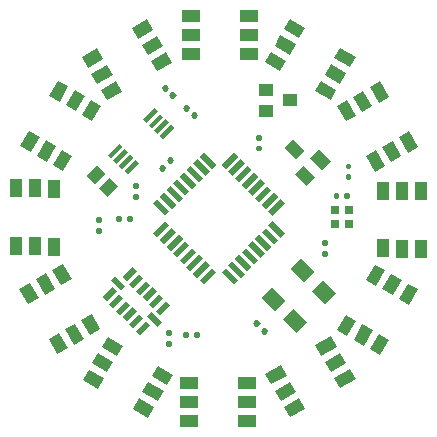
<source format=gbr>
G04 EAGLE Gerber RS-274X export*
G75*
%MOMM*%
%FSLAX34Y34*%
%LPD*%
%INSolderpaste Top*%
%IPPOS*%
%AMOC8*
5,1,8,0,0,1.08239X$1,22.5*%
G01*
%ADD10R,1.000000X1.400000*%
%ADD11R,0.750000X0.700000*%
%ADD12R,1.143000X1.016000*%
%ADD13C,0.250000*%
%ADD14R,1.200000X0.500000*%
%ADD15R,1.250000X1.000000*%
%ADD16R,0.400000X1.350000*%
%ADD17R,1.250000X1.600000*%
%ADD18R,1.500000X1.000000*%
%ADD19R,1.000000X1.500000*%
%ADD20R,0.508000X1.473200*%


D10*
G36*
X572236Y467025D02*
X565165Y459954D01*
X555266Y469853D01*
X562337Y476924D01*
X572236Y467025D01*
G37*
G36*
X594510Y458186D02*
X587439Y451115D01*
X577540Y461014D01*
X584611Y468085D01*
X594510Y458186D01*
G37*
G36*
X581075Y444751D02*
X574004Y437680D01*
X564105Y447579D01*
X571176Y454650D01*
X581075Y444751D01*
G37*
D11*
X610400Y416800D03*
X598400Y416800D03*
X598400Y404800D03*
X610400Y404800D03*
D12*
X560160Y510000D03*
X539840Y501110D03*
X539840Y518890D03*
D13*
X430950Y429725D02*
X430950Y427225D01*
X428450Y427225D01*
X428450Y429725D01*
X430950Y429725D01*
X430950Y429600D02*
X428450Y429600D01*
X430950Y436475D02*
X430950Y438975D01*
X430950Y436475D02*
X428450Y436475D01*
X428450Y438975D01*
X430950Y438975D01*
X430950Y438850D02*
X428450Y438850D01*
X607175Y430550D02*
X609675Y430550D01*
X609675Y428050D01*
X607175Y428050D01*
X607175Y430550D01*
X607175Y430425D02*
X609675Y430425D01*
X600425Y430550D02*
X597925Y430550D01*
X600425Y430550D02*
X600425Y428050D01*
X597925Y428050D01*
X597925Y430550D01*
X597925Y430425D02*
X600425Y430425D01*
D14*
G36*
X413383Y348131D02*
X404899Y339647D01*
X401363Y343183D01*
X409847Y351667D01*
X413383Y348131D01*
G37*
G36*
X419039Y342474D02*
X410555Y333990D01*
X407019Y337526D01*
X415503Y346010D01*
X419039Y342474D01*
G37*
G36*
X424696Y336817D02*
X416212Y328333D01*
X412676Y331869D01*
X421160Y340353D01*
X424696Y336817D01*
G37*
G36*
X430353Y331160D02*
X421869Y322676D01*
X418333Y326212D01*
X426817Y334696D01*
X430353Y331160D01*
G37*
G36*
X436010Y325503D02*
X427526Y317019D01*
X423990Y320555D01*
X432474Y329039D01*
X436010Y325503D01*
G37*
G36*
X441667Y319847D02*
X433183Y311363D01*
X429647Y314899D01*
X438131Y323383D01*
X441667Y319847D01*
G37*
G36*
X443082Y330454D02*
X451566Y321970D01*
X448030Y318434D01*
X439546Y326918D01*
X443082Y330454D01*
G37*
G36*
X446617Y331869D02*
X455101Y340353D01*
X458637Y336817D01*
X450153Y328333D01*
X446617Y331869D01*
G37*
G36*
X440961Y337526D02*
X449445Y346010D01*
X452981Y342474D01*
X444497Y333990D01*
X440961Y337526D01*
G37*
G36*
X435304Y343183D02*
X443788Y351667D01*
X447324Y348131D01*
X438840Y339647D01*
X435304Y343183D01*
G37*
G36*
X429647Y348840D02*
X438131Y357324D01*
X441667Y353788D01*
X433183Y345304D01*
X429647Y348840D01*
G37*
G36*
X423990Y354497D02*
X432474Y362981D01*
X436010Y359445D01*
X427526Y350961D01*
X423990Y354497D01*
G37*
G36*
X418333Y360153D02*
X426817Y368637D01*
X430353Y365101D01*
X421869Y356617D01*
X418333Y360153D01*
G37*
G36*
X416918Y349546D02*
X408434Y358030D01*
X411970Y361566D01*
X420454Y353082D01*
X416918Y349546D01*
G37*
D13*
X470525Y310750D02*
X473025Y310750D01*
X470525Y310750D02*
X470525Y313250D01*
X473025Y313250D01*
X473025Y310750D01*
X473025Y313125D02*
X470525Y313125D01*
X479775Y310750D02*
X482275Y310750D01*
X479775Y310750D02*
X479775Y313250D01*
X482275Y313250D01*
X482275Y310750D01*
X482275Y313125D02*
X479775Y313125D01*
X462442Y514104D02*
X460675Y515871D01*
X462442Y514104D02*
X460675Y512337D01*
X458908Y514104D01*
X460675Y515871D01*
X461834Y514712D02*
X459516Y514712D01*
X455901Y520645D02*
X454134Y522412D01*
X455901Y520645D02*
X454134Y518878D01*
X452367Y520645D01*
X454134Y522412D01*
X455293Y521253D02*
X452975Y521253D01*
X478941Y498960D02*
X480708Y497193D01*
X478941Y495426D01*
X477174Y497193D01*
X478941Y498960D01*
X480100Y497801D02*
X477782Y497801D01*
X474167Y503734D02*
X472400Y505501D01*
X474167Y503734D02*
X472400Y501967D01*
X470633Y503734D01*
X472400Y505501D01*
X473559Y504342D02*
X471241Y504342D01*
X416659Y408800D02*
X414159Y408800D01*
X414159Y411300D01*
X416659Y411300D01*
X416659Y408800D01*
X416659Y411175D02*
X414159Y411175D01*
X423409Y408800D02*
X425909Y408800D01*
X423409Y408800D02*
X423409Y411300D01*
X425909Y411300D01*
X425909Y408800D01*
X425909Y411175D02*
X423409Y411175D01*
X399250Y401225D02*
X399250Y398725D01*
X396750Y398725D01*
X396750Y401225D01*
X399250Y401225D01*
X399250Y401100D02*
X396750Y401100D01*
X399250Y407975D02*
X399250Y410475D01*
X399250Y407975D02*
X396750Y407975D01*
X396750Y410475D01*
X399250Y410475D01*
X399250Y410350D02*
X396750Y410350D01*
X610550Y443825D02*
X610550Y446325D01*
X610550Y443825D02*
X608050Y443825D01*
X608050Y446325D01*
X610550Y446325D01*
X610550Y446200D02*
X608050Y446200D01*
X610550Y453075D02*
X610550Y455575D01*
X610550Y453075D02*
X608050Y453075D01*
X608050Y455575D01*
X610550Y455575D01*
X610550Y455450D02*
X608050Y455450D01*
D15*
G36*
X398433Y435454D02*
X407270Y444291D01*
X414341Y437220D01*
X405504Y428383D01*
X398433Y435454D01*
G37*
G36*
X387826Y446061D02*
X396663Y454898D01*
X403734Y447827D01*
X394897Y438990D01*
X387826Y446061D01*
G37*
D16*
G36*
X422665Y447141D02*
X419836Y449970D01*
X429381Y459515D01*
X432210Y456686D01*
X422665Y447141D01*
G37*
G36*
X418069Y451737D02*
X415240Y454566D01*
X424785Y464111D01*
X427614Y461282D01*
X418069Y451737D01*
G37*
G36*
X413473Y456333D02*
X410644Y459162D01*
X420189Y468707D01*
X423018Y465878D01*
X413473Y456333D01*
G37*
G36*
X408877Y460929D02*
X406048Y463758D01*
X415593Y473303D01*
X418422Y470474D01*
X408877Y460929D01*
G37*
G36*
X452717Y477193D02*
X449888Y480022D01*
X459433Y489567D01*
X462262Y486738D01*
X452717Y477193D01*
G37*
G36*
X448121Y481789D02*
X445292Y484618D01*
X454837Y494163D01*
X457666Y491334D01*
X448121Y481789D01*
G37*
G36*
X443525Y486385D02*
X440696Y489214D01*
X450241Y498759D01*
X453070Y495930D01*
X443525Y486385D01*
G37*
G36*
X438929Y490981D02*
X436100Y493810D01*
X445645Y503355D01*
X448474Y500526D01*
X438929Y490981D01*
G37*
D13*
X456050Y314875D02*
X456050Y312375D01*
X456050Y314875D02*
X458550Y314875D01*
X458550Y312375D01*
X456050Y312375D01*
X456050Y314750D02*
X458550Y314750D01*
X456050Y305625D02*
X456050Y303125D01*
X456050Y305625D02*
X458550Y305625D01*
X458550Y303125D01*
X456050Y303125D01*
X456050Y305500D02*
X458550Y305500D01*
X534750Y468325D02*
X534750Y470825D01*
X534750Y468325D02*
X532250Y468325D01*
X532250Y470825D01*
X534750Y470825D01*
X534750Y470700D02*
X532250Y470700D01*
X534750Y477575D02*
X534750Y480075D01*
X534750Y477575D02*
X532250Y477575D01*
X532250Y480075D01*
X534750Y480075D01*
X534750Y479950D02*
X532250Y479950D01*
X588550Y391075D02*
X588550Y388575D01*
X588550Y391075D02*
X591050Y391075D01*
X591050Y388575D01*
X588550Y388575D01*
X588550Y390950D02*
X591050Y390950D01*
X588550Y381825D02*
X588550Y379325D01*
X588550Y381825D02*
X591050Y381825D01*
X591050Y379325D01*
X588550Y379325D01*
X588550Y381700D02*
X591050Y381700D01*
X538322Y316365D02*
X540089Y314598D01*
X538322Y312831D01*
X536555Y314598D01*
X538322Y316365D01*
X539481Y315206D02*
X537163Y315206D01*
X533548Y321139D02*
X531781Y322906D01*
X533548Y321139D02*
X531781Y319372D01*
X530014Y321139D01*
X531781Y322906D01*
X532940Y321747D02*
X530622Y321747D01*
D17*
G36*
X556310Y340381D02*
X547471Y331542D01*
X536158Y342855D01*
X544997Y351694D01*
X556310Y340381D01*
G37*
G36*
X574695Y321996D02*
X565856Y313157D01*
X554543Y324470D01*
X563382Y333309D01*
X574695Y321996D01*
G37*
G36*
X580706Y364776D02*
X571867Y355937D01*
X560554Y367250D01*
X569393Y376089D01*
X580706Y364776D01*
G37*
G36*
X599090Y346392D02*
X590251Y337553D01*
X578938Y348866D01*
X587777Y357705D01*
X599090Y346392D01*
G37*
D18*
X476440Y549070D03*
X476490Y565100D03*
X476490Y581150D03*
X525480Y549030D03*
X525580Y565130D03*
X525580Y581200D03*
G36*
X552088Y534818D02*
X539098Y542318D01*
X544098Y550978D01*
X557088Y543478D01*
X552088Y534818D01*
G37*
G36*
X560147Y548675D02*
X547157Y556175D01*
X552157Y564835D01*
X565147Y557335D01*
X560147Y548675D01*
G37*
G36*
X568172Y562575D02*
X555182Y570075D01*
X560182Y578735D01*
X573172Y571235D01*
X568172Y562575D01*
G37*
G36*
X594538Y510263D02*
X581548Y517763D01*
X586548Y526423D01*
X599538Y518923D01*
X594538Y510263D01*
G37*
G36*
X602675Y524156D02*
X589685Y531656D01*
X594685Y540316D01*
X607675Y532816D01*
X602675Y524156D01*
G37*
G36*
X610710Y538073D02*
X597720Y545573D01*
X602720Y554233D01*
X615710Y546733D01*
X610710Y538073D01*
G37*
G36*
X607369Y492043D02*
X599869Y505033D01*
X608529Y510033D01*
X616029Y497043D01*
X607369Y492043D01*
G37*
G36*
X621276Y500014D02*
X613776Y513004D01*
X622436Y518004D01*
X629936Y505014D01*
X621276Y500014D01*
G37*
G36*
X635176Y508039D02*
X627676Y521029D01*
X636336Y526029D01*
X643836Y513039D01*
X635176Y508039D01*
G37*
G36*
X631854Y449553D02*
X624354Y462543D01*
X633014Y467543D01*
X640514Y454553D01*
X631854Y449553D01*
G37*
G36*
X645847Y457516D02*
X638347Y470506D01*
X647007Y475506D01*
X654507Y462516D01*
X645847Y457516D01*
G37*
G36*
X659764Y465551D02*
X652264Y478541D01*
X660924Y483541D01*
X668424Y470551D01*
X659764Y465551D01*
G37*
D19*
X638870Y433560D03*
X654900Y433510D03*
X670950Y433510D03*
X638830Y384520D03*
X654930Y384420D03*
X671000Y384420D03*
D18*
G36*
X624666Y357916D02*
X632166Y370906D01*
X640826Y365906D01*
X633326Y352916D01*
X624666Y357916D01*
G37*
G36*
X638523Y349858D02*
X646023Y362848D01*
X654683Y357848D01*
X647183Y344858D01*
X638523Y349858D01*
G37*
G36*
X652423Y341833D02*
X659923Y354823D01*
X668583Y349823D01*
X661083Y336833D01*
X652423Y341833D01*
G37*
G36*
X600111Y315466D02*
X607611Y328456D01*
X616271Y323456D01*
X608771Y310466D01*
X600111Y315466D01*
G37*
G36*
X614004Y307330D02*
X621504Y320320D01*
X630164Y315320D01*
X622664Y302330D01*
X614004Y307330D01*
G37*
G36*
X627921Y299295D02*
X635421Y312285D01*
X644081Y307285D01*
X636581Y294295D01*
X627921Y299295D01*
G37*
G36*
X581750Y302541D02*
X594740Y310041D01*
X599740Y301381D01*
X586750Y293881D01*
X581750Y302541D01*
G37*
G36*
X589722Y288634D02*
X602712Y296134D01*
X607712Y287474D01*
X594722Y279974D01*
X589722Y288634D01*
G37*
G36*
X597747Y274734D02*
X610737Y282234D01*
X615737Y273574D01*
X602747Y266074D01*
X597747Y274734D01*
G37*
G36*
X539260Y278056D02*
X552250Y285556D01*
X557250Y276896D01*
X544260Y269396D01*
X539260Y278056D01*
G37*
G36*
X547223Y264063D02*
X560213Y271563D01*
X565213Y262903D01*
X552223Y255403D01*
X547223Y264063D01*
G37*
G36*
X555258Y250146D02*
X568248Y257646D01*
X573248Y248986D01*
X560258Y241486D01*
X555258Y250146D01*
G37*
X523760Y270830D03*
X523710Y254800D03*
X523710Y238750D03*
X474720Y270870D03*
X474620Y254770D03*
X474620Y238700D03*
G36*
X448245Y285280D02*
X461235Y277780D01*
X456235Y269120D01*
X443245Y276620D01*
X448245Y285280D01*
G37*
G36*
X440187Y271423D02*
X453177Y263923D01*
X448177Y255263D01*
X435187Y262763D01*
X440187Y271423D01*
G37*
G36*
X432162Y257523D02*
X445152Y250023D01*
X440152Y241363D01*
X427162Y248863D01*
X432162Y257523D01*
G37*
G36*
X405795Y309835D02*
X418785Y302335D01*
X413785Y293675D01*
X400795Y301175D01*
X405795Y309835D01*
G37*
G36*
X397659Y295942D02*
X410649Y288442D01*
X405649Y279782D01*
X392659Y287282D01*
X397659Y295942D01*
G37*
G36*
X389624Y282025D02*
X402614Y274525D01*
X397614Y265865D01*
X384624Y273365D01*
X389624Y282025D01*
G37*
G36*
X392232Y328916D02*
X399732Y315926D01*
X391072Y310926D01*
X383572Y323916D01*
X392232Y328916D01*
G37*
G36*
X378325Y320944D02*
X385825Y307954D01*
X377165Y302954D01*
X369665Y315944D01*
X378325Y320944D01*
G37*
G36*
X364425Y312919D02*
X371925Y299929D01*
X363265Y294929D01*
X355765Y307919D01*
X364425Y312919D01*
G37*
G36*
X367747Y371406D02*
X375247Y358416D01*
X366587Y353416D01*
X359087Y366406D01*
X367747Y371406D01*
G37*
G36*
X353754Y363442D02*
X361254Y350452D01*
X352594Y345452D01*
X345094Y358442D01*
X353754Y363442D01*
G37*
G36*
X339837Y355407D02*
X347337Y342417D01*
X338677Y337417D01*
X331177Y350407D01*
X339837Y355407D01*
G37*
D19*
X360630Y386140D03*
X344600Y386190D03*
X328550Y386190D03*
X360670Y435180D03*
X344570Y435280D03*
X328500Y435280D03*
D18*
G36*
X375889Y463027D02*
X368389Y450037D01*
X359729Y455037D01*
X367229Y468027D01*
X375889Y463027D01*
G37*
G36*
X362031Y471086D02*
X354531Y458096D01*
X345871Y463096D01*
X353371Y476086D01*
X362031Y471086D01*
G37*
G36*
X348132Y479111D02*
X340632Y466121D01*
X331972Y471121D01*
X339472Y484111D01*
X348132Y479111D01*
G37*
G36*
X400443Y505477D02*
X392943Y492487D01*
X384283Y497487D01*
X391783Y510477D01*
X400443Y505477D01*
G37*
G36*
X386550Y513614D02*
X379050Y500624D01*
X370390Y505624D01*
X377890Y518614D01*
X386550Y513614D01*
G37*
G36*
X372633Y521649D02*
X365133Y508659D01*
X356473Y513659D01*
X363973Y526649D01*
X372633Y521649D01*
G37*
G36*
X418057Y517365D02*
X405067Y509865D01*
X400067Y518525D01*
X413057Y526025D01*
X418057Y517365D01*
G37*
G36*
X410085Y531272D02*
X397095Y523772D01*
X392095Y532432D01*
X405085Y539932D01*
X410085Y531272D01*
G37*
G36*
X402060Y545172D02*
X389070Y537672D01*
X384070Y546332D01*
X397060Y553832D01*
X402060Y545172D01*
G37*
G36*
X460546Y541850D02*
X447556Y534350D01*
X442556Y543010D01*
X455546Y550510D01*
X460546Y541850D01*
G37*
G36*
X452583Y555843D02*
X439593Y548343D01*
X434593Y557003D01*
X447583Y564503D01*
X452583Y555843D01*
G37*
G36*
X444548Y569760D02*
X431558Y562260D01*
X426558Y570920D01*
X439548Y578420D01*
X444548Y569760D01*
G37*
D20*
G36*
X516343Y357735D02*
X512751Y354143D01*
X502335Y364559D01*
X505927Y368151D01*
X516343Y357735D01*
G37*
G36*
X521911Y363303D02*
X518319Y359711D01*
X507903Y370127D01*
X511495Y373719D01*
X521911Y363303D01*
G37*
G36*
X527659Y369051D02*
X524067Y365459D01*
X513651Y375875D01*
X517243Y379467D01*
X527659Y369051D01*
G37*
G36*
X533226Y374618D02*
X529634Y371026D01*
X519218Y381442D01*
X522810Y385034D01*
X533226Y374618D01*
G37*
G36*
X538974Y380366D02*
X535382Y376774D01*
X524966Y387190D01*
X528558Y390782D01*
X538974Y380366D01*
G37*
G36*
X544541Y385933D02*
X540949Y382341D01*
X530533Y392757D01*
X534125Y396349D01*
X544541Y385933D01*
G37*
G36*
X550289Y391681D02*
X546697Y388089D01*
X536281Y398505D01*
X539873Y402097D01*
X550289Y391681D01*
G37*
G36*
X555857Y397249D02*
X552265Y393657D01*
X541849Y404073D01*
X545441Y407665D01*
X555857Y397249D01*
G37*
G36*
X545441Y412335D02*
X541849Y415927D01*
X552265Y426343D01*
X555857Y422751D01*
X545441Y412335D01*
G37*
G36*
X539873Y417903D02*
X536281Y421495D01*
X546697Y431911D01*
X550289Y428319D01*
X539873Y417903D01*
G37*
G36*
X534125Y423651D02*
X530533Y427243D01*
X540949Y437659D01*
X544541Y434067D01*
X534125Y423651D01*
G37*
G36*
X528558Y429218D02*
X524966Y432810D01*
X535382Y443226D01*
X538974Y439634D01*
X528558Y429218D01*
G37*
G36*
X522810Y434966D02*
X519218Y438558D01*
X529634Y448974D01*
X533226Y445382D01*
X522810Y434966D01*
G37*
G36*
X517243Y440533D02*
X513651Y444125D01*
X524067Y454541D01*
X527659Y450949D01*
X517243Y440533D01*
G37*
G36*
X511495Y446281D02*
X507903Y449873D01*
X518319Y460289D01*
X521911Y456697D01*
X511495Y446281D01*
G37*
G36*
X505927Y451849D02*
X502335Y455441D01*
X512751Y465857D01*
X516343Y462265D01*
X505927Y451849D01*
G37*
G36*
X497665Y455441D02*
X494073Y451849D01*
X483657Y462265D01*
X487249Y465857D01*
X497665Y455441D01*
G37*
G36*
X492097Y449873D02*
X488505Y446281D01*
X478089Y456697D01*
X481681Y460289D01*
X492097Y449873D01*
G37*
G36*
X486349Y444125D02*
X482757Y440533D01*
X472341Y450949D01*
X475933Y454541D01*
X486349Y444125D01*
G37*
G36*
X480782Y438558D02*
X477190Y434966D01*
X466774Y445382D01*
X470366Y448974D01*
X480782Y438558D01*
G37*
G36*
X475034Y432810D02*
X471442Y429218D01*
X461026Y439634D01*
X464618Y443226D01*
X475034Y432810D01*
G37*
G36*
X469467Y427243D02*
X465875Y423651D01*
X455459Y434067D01*
X459051Y437659D01*
X469467Y427243D01*
G37*
G36*
X463719Y421495D02*
X460127Y417903D01*
X449711Y428319D01*
X453303Y431911D01*
X463719Y421495D01*
G37*
G36*
X458151Y415927D02*
X454559Y412335D01*
X444143Y422751D01*
X447735Y426343D01*
X458151Y415927D01*
G37*
G36*
X447735Y393657D02*
X444143Y397249D01*
X454559Y407665D01*
X458151Y404073D01*
X447735Y393657D01*
G37*
G36*
X453303Y388089D02*
X449711Y391681D01*
X460127Y402097D01*
X463719Y398505D01*
X453303Y388089D01*
G37*
G36*
X459051Y382341D02*
X455459Y385933D01*
X465875Y396349D01*
X469467Y392757D01*
X459051Y382341D01*
G37*
G36*
X464618Y376774D02*
X461026Y380366D01*
X471442Y390782D01*
X475034Y387190D01*
X464618Y376774D01*
G37*
G36*
X470366Y371026D02*
X466774Y374618D01*
X477190Y385034D01*
X480782Y381442D01*
X470366Y371026D01*
G37*
G36*
X475933Y365459D02*
X472341Y369051D01*
X482757Y379467D01*
X486349Y375875D01*
X475933Y365459D01*
G37*
G36*
X481681Y359711D02*
X478089Y363303D01*
X488505Y373719D01*
X492097Y370127D01*
X481681Y359711D01*
G37*
G36*
X487249Y354143D02*
X483657Y357735D01*
X494073Y368151D01*
X497665Y364559D01*
X487249Y354143D01*
G37*
D13*
X452088Y451053D02*
X453855Y452820D01*
X452088Y451053D02*
X450321Y452820D01*
X452088Y454587D01*
X453855Y452820D01*
X453247Y453428D02*
X450929Y453428D01*
X458629Y457593D02*
X460396Y459360D01*
X458629Y457593D02*
X456862Y459360D01*
X458629Y461127D01*
X460396Y459360D01*
X459788Y459968D02*
X457470Y459968D01*
M02*

</source>
